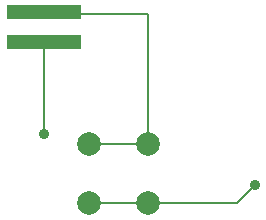
<source format=gbl>
G04 (created by PCBNEW (2013-09-18 BZR 4323)-product) date Mon 07 Oct 2013 06:48:44 PM PDT*
%MOIN*%
G04 Gerber Fmt 3.4, Leading zero omitted, Abs format*
%FSLAX34Y34*%
G01*
G70*
G90*
G04 APERTURE LIST*
%ADD10C,0.005906*%
%ADD11R,0.250000X0.050000*%
%ADD12C,0.078700*%
%ADD13C,0.035000*%
%ADD14C,0.008000*%
G04 APERTURE END LIST*
G54D10*
G54D11*
X1250Y8850D03*
X1250Y7850D03*
G54D12*
X4724Y4469D03*
X4724Y2501D03*
X2756Y2501D03*
X2756Y4469D03*
G54D13*
X8290Y3110D03*
X1240Y4785D03*
G54D14*
X4724Y2501D02*
X2756Y2501D01*
X7701Y2501D02*
X4724Y2501D01*
X8290Y3110D02*
X8290Y3090D01*
X7701Y2501D02*
X8290Y3090D01*
X1250Y4795D02*
X1250Y7795D01*
X1240Y4785D02*
X1250Y4795D01*
X4724Y4469D02*
X2756Y4469D01*
X1250Y8795D02*
X4710Y8795D01*
X4724Y8781D02*
X4724Y4469D01*
X4710Y8795D02*
X4724Y8781D01*
M02*

</source>
